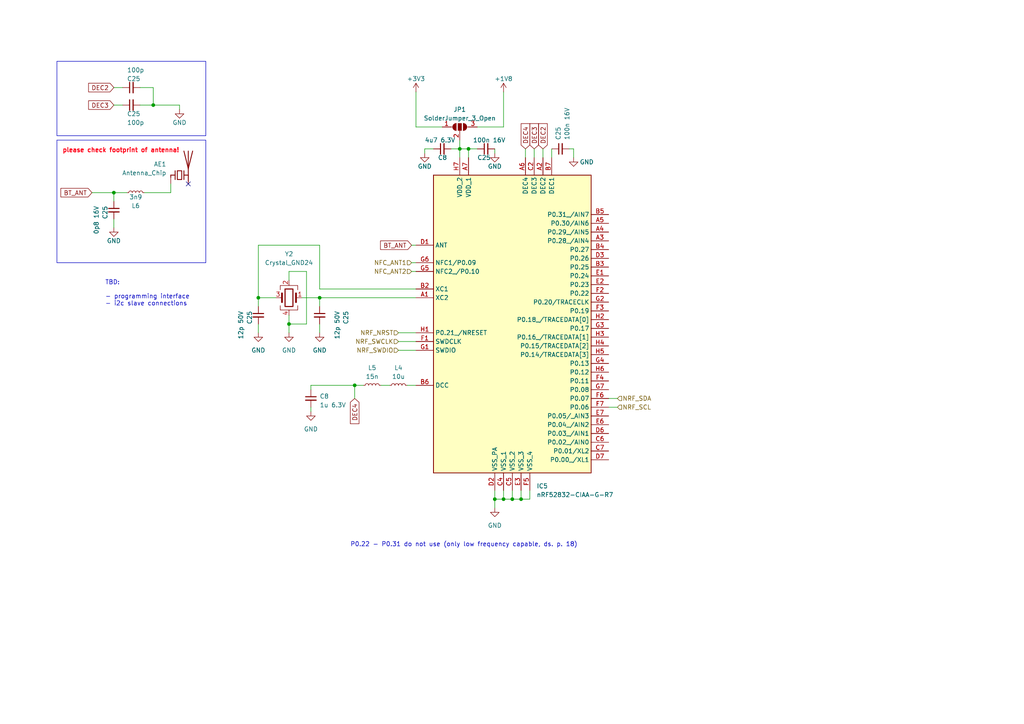
<source format=kicad_sch>
(kicad_sch (version 20230121) (generator eeschema)
  (paper "A4")
  (lib_symbols
    (symbol "ARMband:nRF52832-CIAA-G-R7"
      (property "Reference" "IC" (at 52.07 17.78 0))
      (property "Value" "nRF52832-CIAA-G-R7" (at 52.07 15.24 0))
      (symbol "nRF52832-CIAA-G-R7_1_1"
        (rectangle (start 5.08 20.32) (end 50.8 -66.04) (stroke (width 0.254)) (fill (type background)))
        (pin passive line (at 0 -15.24 0) (length 5.08) (name "XC2") (number "A1"))
        (pin passive line (at 36.83 25.4 270) (length 5.08) (name "DEC2") (number "A2"))
        (pin passive line (at 55.88 1.27 180) (length 5.08) (name "P0.28_/AIN4") (number "A3"))
        (pin passive line (at 55.88 3.81 180) (length 5.08) (name "P0.29_/AIN5") (number "A4"))
        (pin passive line (at 55.88 6.35 180) (length 5.08) (name "P0.30/AIN6") (number "A5"))
        (pin passive line (at 31.75 25.4 270) (length 5.08) (name "DEC4") (number "A6"))
        (pin passive line (at 15.24 25.4 270) (length 5.08) (name "VDD_1") (number "A7"))
        (pin passive line (at 0 -12.7 0) (length 5.08) (name "XC1") (number "B2"))
        (pin passive line (at 55.88 -6.35 180) (length 5.08) (name "P0.25") (number "B3"))
        (pin passive line (at 55.88 -1.27 180) (length 5.08) (name "P0.27") (number "B4"))
        (pin passive line (at 55.88 8.89 180) (length 5.08) (name "P0.31_/AIN7") (number "B5"))
        (pin passive line (at 0 -40.64 0) (length 5.08) (name "DCC") (number "B6"))
        (pin passive line (at 39.37 25.4 270) (length 5.08) (name "DEC1") (number "B7"))
        (pin passive line (at 34.29 25.4 270) (length 5.08) (name "DEC3") (number "C2"))
        (pin no_connect line (at 44.45 -71.12 90) (length 5.08) hide (name "NC") (number "C3"))
        (pin passive line (at 25.4 -71.12 90) (length 5.08) (name "VSS_1") (number "C4"))
        (pin passive line (at 27.94 -71.12 90) (length 5.08) (name "VSS_2") (number "C5"))
        (pin passive line (at 55.88 -57.15 180) (length 5.08) (name "P0.02_/AIN0") (number "C6"))
        (pin passive line (at 55.88 -59.69 180) (length 5.08) (name "P0.01/XL2") (number "C7"))
        (pin passive line (at 0 0 0) (length 5.08) (name "ANT") (number "D1"))
        (pin passive line (at 22.86 -71.12 90) (length 5.08) (name "VSS_PA") (number "D2"))
        (pin passive line (at 55.88 -3.81 180) (length 5.08) (name "P0.26") (number "D3"))
        (pin passive line (at 55.88 -54.61 180) (length 5.08) (name "P0.03_/AIN1") (number "D6"))
        (pin passive line (at 55.88 -62.23 180) (length 5.08) (name "P0.00_/XL1") (number "D7"))
        (pin passive line (at 55.88 -8.89 180) (length 5.08) (name "P0.24") (number "E1"))
        (pin passive line (at 55.88 -11.43 180) (length 5.08) (name "P0.23") (number "E2"))
        (pin passive line (at 30.48 -71.12 90) (length 5.08) (name "VSS_3") (number "E3"))
        (pin passive line (at 55.88 -52.07 180) (length 5.08) (name "P0.04_/AIN2") (number "E6"))
        (pin passive line (at 55.88 -49.53 180) (length 5.08) (name "P0.05/_AIN3") (number "E7"))
        (pin passive line (at 0 -27.94 0) (length 5.08) (name "SWDCLK") (number "F1"))
        (pin passive line (at 55.88 -13.97 180) (length 5.08) (name "P0.22") (number "F2"))
        (pin passive line (at 55.88 -19.05 180) (length 5.08) (name "P0.19") (number "F3"))
        (pin passive line (at 55.88 -39.37 180) (length 5.08) (name "P0.11") (number "F4"))
        (pin passive line (at 33.02 -71.12 90) (length 5.08) (name "VSS_4") (number "F5"))
        (pin passive line (at 55.88 -44.45 180) (length 5.08) (name "P0.07") (number "F6"))
        (pin passive line (at 55.88 -46.99 180) (length 5.08) (name "P0.06") (number "F7"))
        (pin passive line (at 0 -30.48 0) (length 5.08) (name "SWDIO") (number "G1"))
        (pin passive line (at 55.88 -16.51 180) (length 5.08) (name "P0.20/TRACECLK") (number "G2"))
        (pin passive line (at 55.88 -24.13 180) (length 5.08) (name "P0.17") (number "G3"))
        (pin passive line (at 55.88 -34.29 180) (length 5.08) (name "P0.13") (number "G4"))
        (pin passive line (at 0 -7.62 0) (length 5.08) (name "NFC2_/P0.10") (number "G5"))
        (pin passive line (at 0 -5.08 0) (length 5.08) (name "NFC1/P0.09") (number "G6"))
        (pin passive line (at 55.88 -41.91 180) (length 5.08) (name "P0.08") (number "G7"))
        (pin passive line (at 0 -25.4 0) (length 5.08) (name "P0.21_/NRESET") (number "H1"))
        (pin passive line (at 55.88 -21.59 180) (length 5.08) (name "P0.18_/TRACEDATA[0]") (number "H2"))
        (pin passive line (at 55.88 -26.67 180) (length 5.08) (name "P0.16_/TRACEDATA[1]") (number "H3"))
        (pin passive line (at 55.88 -29.21 180) (length 5.08) (name "P0.15/TRACEDATA[2]") (number "H4"))
        (pin passive line (at 55.88 -31.75 180) (length 5.08) (name "P0.14/TRACEDATA[3]") (number "H5"))
        (pin passive line (at 55.88 -36.83 180) (length 5.08) (name "P0.12") (number "H6"))
        (pin passive line (at 12.7 25.4 270) (length 5.08) (name "VDD_2") (number "H7"))
      )
    )
    (symbol "Device:Antenna_Chip" (pin_numbers hide) (pin_names (offset 1.016) hide)
      (property "Reference" "AE" (at 0 5.08 0))
      (property "Value" "Antenna_Chip" (at 0 3.175 0))
      (symbol "Antenna_Chip_0_1"
        (polyline (pts (xy -2.54 0) (xy -2.54 -0.635)) (stroke (width 0.254)))
        (polyline (pts (xy -2.54 0) (xy -1.27 0)) (stroke (width 0.254)))
        (polyline (pts (xy 1.27 0) (xy 2.54 0)) (stroke (width 0.254)))
        (polyline (pts (xy 1.27 1.27) (xy 1.27 -1.27)) (stroke (width 0.254)))
        (polyline (pts (xy 2.54 -0.635) (xy 2.54 0)))
        (polyline (pts (xy 2.54 6.985) (xy 2.54 -1.905)) (stroke (width 0.254)))
        (polyline (pts (xy -1.27 1.27) (xy -1.27 -1.27) (xy -1.27 0)) (stroke (width 0.254)))
        (polyline (pts (xy 3.81 6.985) (xy 2.54 1.905) (xy 1.27 6.985)) (stroke (width 0.254)))
        (polyline (pts (xy -0.635 1.27) (xy 0.635 1.27) (xy 0.635 -1.27) (xy -0.635 -1.27) (xy -0.635 1.27)) (stroke (width 0.254)))
      )
      (symbol "Antenna_Chip_1_1"
        (pin input line (at -2.54 -2.54 90) (length 2.54) (name "FEED") (number "1"))
        (pin passive line (at 2.54 -2.54 90) (length 2.54) (name "PCB_Trace") (number "2"))
      )
    )
    (symbol "Device:C_Small" (pin_numbers hide) (pin_names (offset 0.254) hide)
      (property "Reference" "C" (at 0.254 1.778 0))
      (property "Value" "C_Small" (at 0.254 -2.032 0))
      (symbol "C_Small_0_1"
        (polyline (pts (xy -1.524 -0.508) (xy 1.524 -0.508)) (stroke (width 0.3302)))
        (polyline (pts (xy -1.524 0.508) (xy 1.524 0.508)) (stroke (width 0.3048)))
      )
      (symbol "C_Small_1_1"
        (pin passive line (at 0 2.54 270) (length 2.032) (name "~") (number "1"))
        (pin passive line (at 0 -2.54 90) (length 2.032) (name "~") (number "2"))
      )
    )
    (symbol "Device:Crystal_GND24" (pin_names (offset 1.016) hide)
      (property "Reference" "Y" (at 3.175 5.08 0))
      (property "Value" "Crystal_GND24" (at 3.175 3.175 0))
      (symbol "Crystal_GND24_0_1"
        (rectangle (start -1.143 2.54) (end 1.143 -2.54) (stroke (width 0.3048)))
        (polyline (pts (xy -2.54 0) (xy -2.032 0)))
        (polyline (pts (xy -2.032 -1.27) (xy -2.032 1.27)) (stroke (width 0.508)))
        (polyline (pts (xy 0 -3.81) (xy 0 -3.556)))
        (polyline (pts (xy 0 3.556) (xy 0 3.81)))
        (polyline (pts (xy 2.032 -1.27) (xy 2.032 1.27)) (stroke (width 0.508)))
        (polyline (pts (xy 2.032 0) (xy 2.54 0)))
        (polyline (pts (xy -2.54 -2.286) (xy -2.54 -3.556) (xy 2.54 -3.556) (xy 2.54 -2.286)))
        (polyline (pts (xy -2.54 2.286) (xy -2.54 3.556) (xy 2.54 3.556) (xy 2.54 2.286)))
      )
      (symbol "Crystal_GND24_1_1"
        (pin passive line (at -3.81 0 0) (length 1.27) (name "1") (number "1"))
        (pin passive line (at 0 5.08 270) (length 1.27) (name "2") (number "2"))
        (pin passive line (at 3.81 0 180) (length 1.27) (name "3") (number "3"))
        (pin passive line (at 0 -5.08 90) (length 1.27) (name "4") (number "4"))
      )
    )
    (symbol "Device:L_Small" (pin_numbers hide) (pin_names (offset 0.254) hide)
      (property "Reference" "L" (at 0.762 1.016 0))
      (property "Value" "L_Small" (at 0.762 -1.016 0))
      (symbol "L_Small_0_1"
        (arc (start 0 -2.032) (mid 0.5058 -1.524) (end 0 -1.016))
        (arc (start 0 -1.016) (mid 0.5058 -0.508) (end 0 0))
        (arc (start 0 0) (mid 0.5058 0.508) (end 0 1.016))
        (arc (start 0 1.016) (mid 0.5058 1.524) (end 0 2.032))
      )
      (symbol "L_Small_1_1"
        (pin passive line (at 0 2.54 270) (length 0.508) (name "~") (number "1"))
        (pin passive line (at 0 -2.54 90) (length 0.508) (name "~") (number "2"))
      )
    )
    (symbol "Jumper:SolderJumper_3_Open" (pin_names (offset 0) hide)
      (property "Reference" "JP" (at -2.54 -2.54 0))
      (property "Value" "SolderJumper_3_Open" (at 0 2.794 0))
      (symbol "SolderJumper_3_Open_0_1"
        (arc (start -1.016 1.016) (mid -2.0276 0) (end -1.016 -1.016))
        (arc (start -1.016 1.016) (mid -2.0276 0) (end -1.016 -1.016) (fill (type outline)))
        (rectangle (start -0.508 1.016) (end 0.508 -1.016) (fill (type outline)))
        (polyline (pts (xy -2.54 0) (xy -2.032 0)))
        (polyline (pts (xy -1.016 1.016) (xy -1.016 -1.016)))
        (polyline (pts (xy 0 -1.27) (xy 0 -1.016)))
        (polyline (pts (xy 1.016 1.016) (xy 1.016 -1.016)))
        (polyline (pts (xy 2.54 0) (xy 2.032 0)))
        (arc (start 1.016 -1.016) (mid 2.0276 0) (end 1.016 1.016))
        (arc (start 1.016 -1.016) (mid 2.0276 0) (end 1.016 1.016) (fill (type outline)))
      )
      (symbol "SolderJumper_3_Open_1_1"
        (pin passive line (at -5.08 0 0) (length 2.54) (name "A") (number "1"))
        (pin passive line (at 0 -3.81 90) (length 2.54) (name "C") (number "2"))
        (pin passive line (at 5.08 0 180) (length 2.54) (name "B") (number "3"))
      )
    )
    (symbol "power:+1V8" (power) (pin_names (offset 0))
      (property "Value" "+1V8" (at 0 3.556 0))
      (symbol "+1V8_0_1"
        (polyline (pts (xy -0.762 1.27) (xy 0 2.54)))
        (polyline (pts (xy 0 0) (xy 0 2.54)))
        (polyline (pts (xy 0 2.54) (xy 0.762 1.27)))
      )
      (symbol "+1V8_1_1"
        (pin power_in line (at 0 0 90) (length 0) hide (name "+1V8") (number "1"))
      )
    )
    (symbol "power:+3V3" (power) (pin_names (offset 0))
      (property "Value" "+3V3" (at 0 3.556 0))
      (symbol "+3V3_0_1"
        (polyline (pts (xy -0.762 1.27) (xy 0 2.54)))
        (polyline (pts (xy 0 0) (xy 0 2.54)))
        (polyline (pts (xy 0 2.54) (xy 0.762 1.27)))
      )
      (symbol "+3V3_1_1"
        (pin power_in line (at 0 0 90) (length 0) hide (name "+3V3") (number "1"))
      )
    )
    (symbol "power:GND" (power) (pin_names (offset 0))
      (property "Value" "GND" (at 0 -3.81 0))
      (symbol "GND_0_1"
        (polyline (pts (xy 0 0) (xy 0 -1.27) (xy 1.27 -1.27) (xy 0 -2.54) (xy -1.27 -1.27) (xy 0 -1.27)))
      )
      (symbol "GND_1_1"
        (pin power_in line (at 0 0 270) (length 0) hide (name "GND") (number "1"))
      )
    )
  )
  (junction (at 74.93 86.36))
  (junction (at 148.59 144.78))
  (junction (at 92.71 86.36))
  (junction (at 146.05 144.78))
  (junction (at 143.51 144.78))
  (junction (at 83.82 93.98))
  (junction (at 133.35 43.18))
  (junction (at 151.13 144.78))
  (junction (at 135.89 43.18))
  (junction (at 44.45 30.48))
  (junction (at 33.02 55.88))
  (junction (at 102.87 111.76))
  (no_connect (at 54.61 53.34))
  (wire (pts (xy 92.71 93.98) (xy 92.71 96.52)))
  (wire (pts (xy 87.63 86.36) (xy 92.71 86.36)))
  (wire (pts (xy 138.43 36.83) (xy 146.05 36.83)))
  (wire (pts (xy 143.51 43.18) (xy 143.51 44.45)))
  (wire (pts (xy 40.64 25.4) (xy 44.45 25.4)))
  (wire (pts (xy 80.01 86.36) (xy 74.93 86.36)))
  (wire (pts (xy 102.87 115.57) (xy 102.87 111.76)))
  (wire (pts (xy 118.11 111.76) (xy 120.65 111.76)))
  (wire (pts (xy 74.93 93.98) (xy 74.93 96.52)))
  (wire (pts (xy 49.53 53.34) (xy 49.53 55.88)))
  (wire (pts (xy 44.45 25.4) (xy 44.45 30.48)))
  (wire (pts (xy 119.38 78.74) (xy 120.65 78.74)))
  (wire (pts (xy 92.71 86.36) (xy 120.65 86.36)))
  (wire (pts (xy 151.13 142.24) (xy 151.13 144.78)))
  (wire (pts (xy 143.51 144.78) (xy 146.05 144.78)))
  (wire (pts (xy 135.89 43.18) (xy 135.89 45.72)))
  (wire (pts (xy 130.81 43.18) (xy 133.35 43.18)))
  (wire (pts (xy 33.02 63.5) (xy 33.02 66.04)))
  (wire (pts (xy 92.71 86.36) (xy 92.71 88.9)))
  (wire (pts (xy 92.71 71.12) (xy 92.71 83.82)))
  (wire (pts (xy 152.4 43.18) (xy 152.4 45.72)))
  (wire (pts (xy 123.19 43.18) (xy 123.19 44.45)))
  (wire (pts (xy 115.57 96.52) (xy 120.65 96.52)))
  (wire (pts (xy 143.51 144.78) (xy 143.51 147.32)))
  (wire (pts (xy 33.02 55.88) (xy 33.02 58.42)))
  (wire (pts (xy 128.27 36.83) (xy 120.65 36.83)))
  (wire (pts (xy 88.9 93.98) (xy 88.9 78.74)))
  (wire (pts (xy 146.05 26.67) (xy 146.05 36.83)))
  (wire (pts (xy 92.71 83.82) (xy 120.65 83.82)))
  (wire (pts (xy 133.35 45.72) (xy 133.35 43.18)))
  (wire (pts (xy 88.9 78.74) (xy 83.82 78.74)))
  (wire (pts (xy 151.13 144.78) (xy 153.67 144.78)))
  (wire (pts (xy 83.82 78.74) (xy 83.82 81.28)))
  (wire (pts (xy 74.93 71.12) (xy 92.71 71.12)))
  (wire (pts (xy 90.17 118.11) (xy 90.17 119.38)))
  (wire (pts (xy 110.49 111.76) (xy 113.03 111.76)))
  (wire (pts (xy 83.82 91.44) (xy 83.82 93.98)))
  (wire (pts (xy 120.65 26.67) (xy 120.65 36.83)))
  (wire (pts (xy 26.67 55.88) (xy 33.02 55.88)))
  (wire (pts (xy 52.07 30.48) (xy 44.45 30.48)))
  (wire (pts (xy 157.48 43.18) (xy 157.48 45.72)))
  (wire (pts (xy 33.02 55.88) (xy 36.83 55.88)))
  (wire (pts (xy 160.02 45.72) (xy 160.02 43.18)))
  (wire (pts (xy 153.67 142.24) (xy 153.67 144.78)))
  (wire (pts (xy 102.87 111.76) (xy 90.17 111.76)))
  (wire (pts (xy 33.02 30.48) (xy 35.56 30.48)))
  (wire (pts (xy 33.02 25.4) (xy 35.56 25.4)))
  (wire (pts (xy 133.35 43.18) (xy 135.89 43.18)))
  (wire (pts (xy 41.91 55.88) (xy 49.53 55.88)))
  (wire (pts (xy 146.05 142.24) (xy 146.05 144.78)))
  (wire (pts (xy 176.53 118.11) (xy 179.07 118.11)))
  (wire (pts (xy 102.87 111.76) (xy 105.41 111.76)))
  (wire (pts (xy 74.93 86.36) (xy 74.93 88.9)))
  (wire (pts (xy 133.35 40.64) (xy 133.35 43.18)))
  (wire (pts (xy 52.07 31.75) (xy 52.07 30.48)))
  (wire (pts (xy 90.17 111.76) (xy 90.17 113.03)))
  (wire (pts (xy 125.73 43.18) (xy 123.19 43.18)))
  (wire (pts (xy 135.89 43.18) (xy 138.43 43.18)))
  (wire (pts (xy 83.82 93.98) (xy 88.9 93.98)))
  (wire (pts (xy 176.53 115.57) (xy 179.07 115.57)))
  (wire (pts (xy 115.57 99.06) (xy 120.65 99.06)))
  (wire (pts (xy 166.37 43.18) (xy 165.1 43.18)))
  (wire (pts (xy 115.57 101.6) (xy 120.65 101.6)))
  (wire (pts (xy 44.45 30.48) (xy 40.64 30.48)))
  (wire (pts (xy 148.59 142.24) (xy 148.59 144.78)))
  (wire (pts (xy 119.38 76.2) (xy 120.65 76.2)))
  (wire (pts (xy 146.05 144.78) (xy 148.59 144.78)))
  (wire (pts (xy 119.38 71.12) (xy 120.65 71.12)))
  (wire (pts (xy 83.82 93.98) (xy 83.82 96.52)))
  (wire (pts (xy 154.94 43.18) (xy 154.94 45.72)))
  (wire (pts (xy 148.59 144.78) (xy 151.13 144.78)))
  (wire (pts (xy 166.37 45.72) (xy 166.37 43.18)))
  (wire (pts (xy 74.93 86.36) (xy 74.93 71.12)))
  (wire (pts (xy 143.51 142.24) (xy 143.51 144.78)))
  (rectangle (start 16.51 40.64) (end 59.69 76.2))
  (rectangle (start 16.51 17.78) (end 59.69 39.37))
  (text "P0.22 - P0.31 do not use (only low frequency capable, ds. p. 18)" (at 101.6 158.75 0) (effects (font (size 1.27 1.27)) (justify left bottom)))
  (text "TBD:\n\n- programming interface\n- i2c slave connections" (at 30.48 88.9 0) (effects (font (size 1.27 1.27)) (justify left bottom)))
  (text "please check footprint of antenna!" (at 52.07 44.45 0) (effects (font (size 1.27 1.27) (thickness 0.254) bold) (justify right bottom)))
  (global_label "DEC2" (shape input) (at 157.48 43.18 90) (property "Intersheetrefs" "${INTERSHEET_REFS}" (effects hide)))
  (global_label "DEC3" (shape input) (at 33.02 30.48 180) (property "Intersheetrefs" "${INTERSHEET_REFS}" (effects hide)))
  (global_label "DEC2" (shape input) (at 33.02 25.4 180) (property "Intersheetrefs" "${INTERSHEET_REFS}" (effects hide)))
  (global_label "DEC3" (shape input) (at 154.94 43.18 90) (property "Intersheetrefs" "${INTERSHEET_REFS}" (effects hide)))
  (global_label "BT_ANT" (shape input) (at 26.67 55.88 180) (property "Intersheetrefs" "${INTERSHEET_REFS}" (effects hide)))
  (global_label "DEC4" (shape input) (at 152.4 43.18 90) (property "Intersheetrefs" "${INTERSHEET_REFS}" (effects hide)))
  (global_label "DEC4" (shape input) (at 102.87 115.57 270) (property "Intersheetrefs" "${INTERSHEET_REFS}" (effects hide)))
  (global_label "BT_ANT" (shape input) (at 119.38 71.12 180) (property "Intersheetrefs" "${INTERSHEET_REFS}" (effects hide)))
  (hierarchical_label "NRF_SWCLK" (shape input) (at 115.57 99.06 180) (property "Intersheetrefs" "${INTERSHEET_REFS}" (effects hide)))
  (hierarchical_label "NRF_SCL" (shape input) (at 179.07 118.11 0) (property "Intersheetrefs" "${INTERSHEET_REFS}" (effects hide)))
  (hierarchical_label "NFC_ANT2" (shape input) (at 119.38 78.74 180) (property "Intersheetrefs" "${INTERSHEET_REFS}" (effects hide)))
  (hierarchical_label "NRF_SDA" (shape input) (at 179.07 115.57 0) (property "Intersheetrefs" "${INTERSHEET_REFS}" (effects hide)))
  (hierarchical_label "NFC_ANT1" (shape input) (at 119.38 76.2 180) (property "Intersheetrefs" "${INTERSHEET_REFS}" (effects hide)))
  (hierarchical_label "NRF_SWDIO" (shape input) (at 115.57 101.6 180) (property "Intersheetrefs" "${INTERSHEET_REFS}" (effects hide)))
  (hierarchical_label "NRF_NRST" (shape input) (at 115.57 96.52 180) (property "Intersheetrefs" "${INTERSHEET_REFS}" (effects hide)))
  (symbol (lib_id "power:GND") (at 92.71 96.52 0) (unit 1)
    (property "Reference" "#PWR081" (effects hide))
    (property "Value" "GND" (at 92.71 101.6 0))
  )
  (symbol (lib_id "ARMband:nRF52832-CIAA-G-R7") (at 120.65 71.12 0) (unit 1)
    (property "Reference" "IC5" (at 155.6259 140.97 0) (effects (justify left)))
    (property "Value" "nRF52832-CIAA-G-R7" (at 155.6259 143.51 0) (effects (justify left)))
    (property "Footprint" "ARMband:BGA50C40P7X8_296X323X40" (effects hide))
    (property "Datasheet" "https://infocenter.nordicsemi.com/pdf/nRF52832_PS_v1.8.pdf" (effects hide))
    (property "Height" "0.399" (effects hide))
    (property "MFN" "949-NRF52832CIAAG-R7" (effects hide))
    (instances (project "armband" (path "" (reference "IC5") (unit 1)) (path "" (reference "IC9") (unit 1))))
  )
  (symbol (lib_id "Device:L_Small") (at 115.57 111.76 90) (unit 1)
    (property "Reference" "L4" (at 115.57 106.68 90))
    (property "Value" "10u" (at 115.57 109.22 90))
    (property "Footprint" "Inductor_SMD:L_0603_1608Metric" (effects hide))
    (property "Datasheet" "https://product.tdk.com/en/system/files?file=dam/doc/product/inductor/inductor/smd/catalog/inductor_commercial_decoupling_mlz1608_en.pdf" (effects hide))
    (property "MFN" " 810-MLZ1608E100MT " (effects hide))
  )
  (symbol (lib_id "power:GND") (at 143.51 147.32 0) (unit 1)
    (property "Reference" "#PWR067" (effects hide))
    (property "Value" "GND" (at 143.51 152.4 0))
  )
  (symbol (lib_id "power:+1V8") (at 146.05 26.67 0) (unit 1)
    (property "Reference" "#PWR014" (effects hide))
    (property "Value" "+1V8" (at 146.05 22.86 0))
    (instances (project "armband" (path "" (reference "#PWR014") (unit 1)) (path "" (reference "#PWR066") (unit 1))))
  )
  (symbol (lib_id "Device:Antenna_Chip") (at 52.07 50.8 0) (unit 1)
    (property "Reference" "AE1" (at 48.26 47.625 0) (effects (justify right)))
    (property "Value" "Antenna_Chip" (at 48.26 50.165 0) (effects (justify right)))
    (property "Footprint" "ARMband:ST0147-00-011-A" (effects hide))
    (property "Datasheet" "https://www.mouser.de/datasheet/2/18/1/ST0147_00_011_A_2bBT_2bWiFi_2b2_4G_2bDatasheet_RB0-3241331.pdf" (effects hide))
    (property "MFN" "523-ST014700011A " (effects hide))
  )
  (symbol (lib_id "Device:Crystal_GND24") (at 83.82 86.36 0) (mirror y) (unit 1)
    (property "Reference" "Y2" (at 83.82 73.66 0))
    (property "Value" "Crystal_GND24" (at 83.82 76.2 0))
    (property "Footprint" "ARMband:CX2016SA" (effects hide))
    (property "Datasheet" "https://www.mouser.de/datasheet/2/40/cx2016sa_e-2936404.pdf" (effects hide))
    (property "MFN" "581-CX2016SA24DHLLG3 " (effects hide))
  )
  (symbol (lib_id "Device:C_Small") (at 140.97 43.18 90) (mirror x) (unit 1)
    (property "Reference" "C25" (at 138.43 45.72 90) (effects (justify right)))
    (property "Value" "100n 16V" (at 137.16 40.64 90) (effects (justify right)))
    (property "Footprint" "Capacitor_SMD:C_0402_1005Metric" (effects hide))
    (property "Datasheet" "https://www.mouser.de/datasheet/2/447/KEM_C1005_Y5V_SMD-3316374.pdf" (effects hide))
    (property "MFN" "80-C0402C104M4V " (effects hide))
    (instances (project "armband" (path "" (reference "C25") (unit 1)) (path "" (reference "C14") (unit 1)) (path "" (reference "C12") (unit 1)) (path "" (reference "C8") (unit 1)) (path "" (reference "C30") (unit 1)) (path "" (reference "C33") (unit 1))))
  )
  (symbol (lib_id "Device:L_Small") (at 107.95 111.76 90) (unit 1)
    (property "Reference" "L5" (at 107.95 106.68 90))
    (property "Value" "15n" (at 107.95 109.22 90))
    (property "Footprint" "Inductor_SMD:L_0201_0603Metric" (effects hide))
    (property "Datasheet" "https://www.mouser.de/datasheet/2/281/1/JELF243C_0016-1623897.pdf" (effects hide))
    (property "MFN" "81-LQP03TG15NH02D " (effects hide))
  )
  (symbol (lib_id "Device:C_Small") (at 92.71 91.44 0) (mirror y) (unit 1)
    (property "Reference" "C25" (at 100.33 90.17 90) (effects (justify right)))
    (property "Value" "12p 50V" (at 97.79 90.17 90) (effects (justify right)))
    (property "Footprint" "Capacitor_SMD:C_0201_0603Metric" (effects hide))
    (property "Datasheet" "https://www.mouser.de/datasheet/2/447/UPY_AC_NP0X7RX7S_6_3V_to_2KV_18-3003021.pdf" (effects hide))
    (property "MFN" "603-AC0201JNPO9BN120 " (effects hide))
    (instances (project "armband" (path "" (reference "C25") (unit 1)) (path "" (reference "C14") (unit 1)) (path "" (reference "C12") (unit 1)) (path "" (reference "C8") (unit 1)) (path "" (reference "C30") (unit 1)) (path "" (reference "C38") (unit 1))))
  )
  (symbol (lib_id "Device:C_Small") (at 38.1 25.4 90) (mirror x) (unit 1)
    (property "Reference" "C25" (at 36.83 22.86 90) (effects (justify right)))
    (property "Value" "100p" (at 36.83 20.32 90) (effects (justify right)))
    (property "Footprint" "Capacitor_SMD:C_0402_1005Metric" (effects hide))
    (property "Datasheet" "https://www.mouser.de/datasheet/2/447/KEM_C1005_Y5V_SMD-3316374.pdf" (effects hide))
    (instances (project "armband" (path "" (reference "C25") (unit 1)) (path "" (reference "C14") (unit 1)) (path "" (reference "C12") (unit 1)) (path "" (reference "C8") (unit 1)) (path "" (reference "C30") (unit 1)) (path "" (reference "C35") (unit 1))))
  )
  (symbol (lib_id "power:GND") (at 123.19 44.45 0) (mirror y) (unit 1)
    (property "Reference" "#PWR077" (effects hide))
    (property "Value" "GND" (at 123.19 48.26 0))
  )
  (symbol (lib_id "Device:C_Small") (at 128.27 43.18 90) (unit 1)
    (property "Reference" "C8" (at 127 45.72 90) (effects (justify right)))
    (property "Value" "4u7 6.3V" (at 123.19 40.64 90) (effects (justify right)))
    (property "Footprint" "Capacitor_SMD:C_0402_1005Metric" (effects hide))
    (property "Datasheet" "https://www.mouser.de/datasheet/2/585/MLCC-1837944.pdf" (effects hide))
    (property "MFN" " 187-CL05A475KQ5NRNC " (effects hide))
    (instances (project "armband" (path "" (reference "C8") (unit 1)) (path "" (reference "C18") (unit 1)) (path "" (reference "C34") (unit 1))))
  )
  (symbol (lib_id "power:GND") (at 143.51 44.45 0) (mirror y) (unit 1)
    (property "Reference" "#PWR076" (effects hide))
    (property "Value" "GND" (at 143.51 48.26 0))
  )
  (symbol (lib_id "power:GND") (at 52.07 31.75 0) (mirror y) (unit 1)
    (property "Reference" "#PWR079" (effects hide))
    (property "Value" "GND" (at 52.07 35.56 0))
  )
  (symbol (lib_id "power:GND") (at 33.02 66.04 0) (mirror y) (unit 1)
    (property "Reference" "#PWR083" (effects hide))
    (property "Value" "GND" (at 33.02 69.85 0))
  )
  (symbol (lib_id "power:+3V3") (at 120.65 26.67 0) (unit 1)
    (property "Reference" "#PWR019" (effects hide))
    (property "Value" "+3V3" (at 120.65 22.86 0))
    (instances (project "armband" (path "" (reference "#PWR019") (unit 1)) (path "" (reference "#PWR065") (unit 1))))
  )
  (symbol (lib_id "Device:L_Small") (at 39.37 55.88 270) (mirror x) (unit 1)
    (property "Reference" "L6" (at 39.37 59.69 90))
    (property "Value" "3n9" (at 39.37 57.15 90))
    (property "Footprint" "Inductor_SMD:L_0402_1005Metric" (effects hide))
    (property "Datasheet" "https://www.mouser.de/datasheet/2/281/1/JELF243B_9110-1699596.pdf" (effects hide))
    (property "MFN" "81-LQG15HZ3N9S02D " (effects hide))
  )
  (symbol (lib_id "Jumper:SolderJumper_3_Open") (at 133.35 36.83 0) (unit 1)
    (property "Reference" "JP1" (at 133.35 31.75 0))
    (property "Value" "SolderJumper_3_Open" (at 133.35 34.29 0))
    (instances (project "armband" (path "" (reference "JP1") (unit 1)) (path "" (reference "JP2") (unit 1))))
  )
  (symbol (lib_id "Device:C_Small") (at 74.93 91.44 0) (unit 1)
    (property "Reference" "C25" (at 72.39 90.17 90) (effects (justify right)))
    (property "Value" "12p 50V" (at 69.85 90.17 90) (effects (justify right)))
    (property "Footprint" "Capacitor_SMD:C_0201_0603Metric" (effects hide))
    (property "Datasheet" "https://www.mouser.de/datasheet/2/447/UPY_AC_NP0X7RX7S_6_3V_to_2KV_18-3003021.pdf" (effects hide))
    (property "MFN" "603-AC0201JNPO9BN120 " (effects hide))
    (instances (project "armband" (path "" (reference "C25") (unit 1)) (path "" (reference "C14") (unit 1)) (path "" (reference "C12") (unit 1)) (path "" (reference "C8") (unit 1)) (path "" (reference "C30") (unit 1)) (path "" (reference "C37") (unit 1))))
  )
  (symbol (lib_id "Device:C_Small") (at 33.02 60.96 0) (unit 1)
    (property "Reference" "C25" (at 30.48 59.69 90) (effects (justify right)))
    (property "Value" "0p8 16V" (at 27.94 59.69 90) (effects (justify right)))
    (property "Footprint" "Capacitor_SMD:C_0402_1005Metric" (effects hide))
    (property "Datasheet" "https://www.mouser.de/datasheet/2/210/WTC_MLCC_General_Purpose-1534899.pdf" (effects hide))
    (property "MFN" "791-0402N0R8B160CT " (effects hide))
    (instances (project "armband" (path "" (reference "C25") (unit 1)) (path "" (reference "C14") (unit 1)) (path "" (reference "C12") (unit 1)) (path "" (reference "C8") (unit 1)) (path "" (reference "C30") (unit 1)) (path "" (reference "C39") (unit 1))))
  )
  (symbol (lib_id "power:GND") (at 74.93 96.52 0) (unit 1)
    (property "Reference" "#PWR080" (effects hide))
    (property "Value" "GND" (at 74.93 101.6 0))
  )
  (symbol (lib_id "Device:C_Small") (at 162.56 43.18 90) (mirror x) (unit 1)
    (property "Reference" "C25" (at 161.9313 40.64 0) (effects (justify right)))
    (property "Value" "100n 16V" (at 164.4713 40.64 0) (effects (justify right)))
    (property "Footprint" "Capacitor_SMD:C_0402_1005Metric" (effects hide))
    (property "Datasheet" "https://www.mouser.de/datasheet/2/447/KEM_C1005_Y5V_SMD-3316374.pdf" (effects hide))
    (property "MFN" "80-C0402C104M4V " (effects hide))
    (instances (project "armband" (path "" (reference "C25") (unit 1)) (path "" (reference "C14") (unit 1)) (path "" (reference "C12") (unit 1)) (path "" (reference "C8") (unit 1)) (path "" (reference "C30") (unit 1)) (path "" (reference "C31") (unit 1))))
  )
  (symbol (lib_id "power:GND") (at 83.82 96.52 0) (unit 1)
    (property "Reference" "#PWR082" (effects hide))
    (property "Value" "GND" (at 83.82 101.6 0))
  )
  (symbol (lib_id "Device:C_Small") (at 90.17 115.57 0) (mirror y) (unit 1)
    (property "Reference" "C8" (at 92.71 114.9413 0) (effects (justify right)))
    (property "Value" "1u 6.3V" (at 92.71 117.4813 0) (effects (justify right)))
    (property "Footprint" "Capacitor_SMD:C_0201_0603Metric" (effects hide))
    (property "Datasheet" "https://www.we-online.com/components/products/datasheet/885012104011.pdf" (effects hide))
    (property "MFN" "710-885012104011 " (effects hide))
    (instances (project "armband" (path "" (reference "C8") (unit 1)) (path "" (reference "C22") (unit 1)) (path "" (reference "C32") (unit 1))))
  )
  (symbol (lib_id "Device:C_Small") (at 38.1 30.48 90) (mirror x) (unit 1)
    (property "Reference" "C25" (at 36.83 33.02 90) (effects (justify right)))
    (property "Value" "100p" (at 36.83 35.56 90) (effects (justify right)))
    (property "Footprint" "Capacitor_SMD:C_0402_1005Metric" (effects hide))
    (property "Datasheet" "https://www.mouser.de/datasheet/2/447/KEM_C1005_Y5V_SMD-3316374.pdf" (effects hide))
    (instances (project "armband" (path "" (reference "C25") (unit 1)) (path "" (reference "C14") (unit 1)) (path "" (reference "C12") (unit 1)) (path "" (reference "C8") (unit 1)) (path "" (reference "C30") (unit 1)) (path "" (reference "C36") (unit 1))))
  )
  (symbol (lib_id "power:GND") (at 90.17 119.38 0) (unit 1)
    (property "Reference" "#PWR078" (effects hide))
    (property "Value" "GND" (at 90.17 124.46 0))
  )
  (symbol (lib_id "power:GND") (at 166.37 45.72 0) (mirror y) (unit 1)
    (property "Reference" "#PWR075" (effects hide))
    (property "Value" "GND" (at 170.18 46.99 0))
  )
)
</source>
